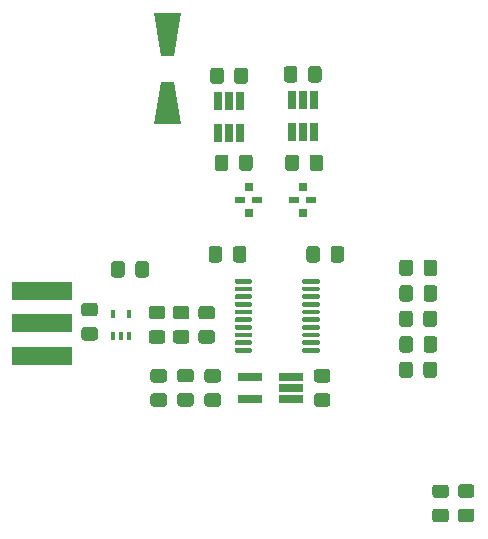
<source format=gbr>
%TF.GenerationSoftware,KiCad,Pcbnew,(5.1.6-0-10_14)*%
%TF.CreationDate,2021-01-13T18:01:30-08:00*%
%TF.ProjectId,MCP35461DevBoard,4d435033-3534-4363-9144-6576426f6172,rev?*%
%TF.SameCoordinates,Original*%
%TF.FileFunction,Paste,Top*%
%TF.FilePolarity,Positive*%
%FSLAX46Y46*%
G04 Gerber Fmt 4.6, Leading zero omitted, Abs format (unit mm)*
G04 Created by KiCad (PCBNEW (5.1.6-0-10_14)) date 2021-01-13 18:01:30*
%MOMM*%
%LPD*%
G01*
G04 APERTURE LIST*
%ADD10R,0.650000X1.560000*%
%ADD11R,2.000000X0.650000*%
%ADD12R,0.400000X0.650000*%
%ADD13R,5.080000X1.600000*%
%ADD14R,0.850000X0.600000*%
%ADD15R,0.800000X0.800000*%
%ADD16C,0.100000*%
G04 APERTURE END LIST*
%TO.C,R12*%
G36*
G01*
X126169000Y-68129999D02*
X126169000Y-69030001D01*
G75*
G02*
X125919001Y-69280000I-249999J0D01*
G01*
X125268999Y-69280000D01*
G75*
G02*
X125019000Y-69030001I0J249999D01*
G01*
X125019000Y-68129999D01*
G75*
G02*
X125268999Y-67880000I249999J0D01*
G01*
X125919001Y-67880000D01*
G75*
G02*
X126169000Y-68129999I0J-249999D01*
G01*
G37*
G36*
G01*
X128219000Y-68129999D02*
X128219000Y-69030001D01*
G75*
G02*
X127969001Y-69280000I-249999J0D01*
G01*
X127318999Y-69280000D01*
G75*
G02*
X127069000Y-69030001I0J249999D01*
G01*
X127069000Y-68129999D01*
G75*
G02*
X127318999Y-67880000I249999J0D01*
G01*
X127969001Y-67880000D01*
G75*
G02*
X128219000Y-68129999I0J-249999D01*
G01*
G37*
%TD*%
%TO.C,C10*%
G36*
G01*
X102676000Y-60521001D02*
X102676000Y-59620999D01*
G75*
G02*
X102925999Y-59371000I249999J0D01*
G01*
X103576001Y-59371000D01*
G75*
G02*
X103826000Y-59620999I0J-249999D01*
G01*
X103826000Y-60521001D01*
G75*
G02*
X103576001Y-60771000I-249999J0D01*
G01*
X102925999Y-60771000D01*
G75*
G02*
X102676000Y-60521001I0J249999D01*
G01*
G37*
G36*
G01*
X100626000Y-60521001D02*
X100626000Y-59620999D01*
G75*
G02*
X100875999Y-59371000I249999J0D01*
G01*
X101526001Y-59371000D01*
G75*
G02*
X101776000Y-59620999I0J-249999D01*
G01*
X101776000Y-60521001D01*
G75*
G02*
X101526001Y-60771000I-249999J0D01*
G01*
X100875999Y-60771000D01*
G75*
G02*
X100626000Y-60521001I0J249999D01*
G01*
G37*
%TD*%
%TO.C,U7*%
G36*
G01*
X116806000Y-61183000D02*
X116806000Y-60983000D01*
G75*
G02*
X116906000Y-60883000I100000J0D01*
G01*
X118181000Y-60883000D01*
G75*
G02*
X118281000Y-60983000I0J-100000D01*
G01*
X118281000Y-61183000D01*
G75*
G02*
X118181000Y-61283000I-100000J0D01*
G01*
X116906000Y-61283000D01*
G75*
G02*
X116806000Y-61183000I0J100000D01*
G01*
G37*
G36*
G01*
X116806000Y-61833000D02*
X116806000Y-61633000D01*
G75*
G02*
X116906000Y-61533000I100000J0D01*
G01*
X118181000Y-61533000D01*
G75*
G02*
X118281000Y-61633000I0J-100000D01*
G01*
X118281000Y-61833000D01*
G75*
G02*
X118181000Y-61933000I-100000J0D01*
G01*
X116906000Y-61933000D01*
G75*
G02*
X116806000Y-61833000I0J100000D01*
G01*
G37*
G36*
G01*
X116806000Y-62483000D02*
X116806000Y-62283000D01*
G75*
G02*
X116906000Y-62183000I100000J0D01*
G01*
X118181000Y-62183000D01*
G75*
G02*
X118281000Y-62283000I0J-100000D01*
G01*
X118281000Y-62483000D01*
G75*
G02*
X118181000Y-62583000I-100000J0D01*
G01*
X116906000Y-62583000D01*
G75*
G02*
X116806000Y-62483000I0J100000D01*
G01*
G37*
G36*
G01*
X116806000Y-63133000D02*
X116806000Y-62933000D01*
G75*
G02*
X116906000Y-62833000I100000J0D01*
G01*
X118181000Y-62833000D01*
G75*
G02*
X118281000Y-62933000I0J-100000D01*
G01*
X118281000Y-63133000D01*
G75*
G02*
X118181000Y-63233000I-100000J0D01*
G01*
X116906000Y-63233000D01*
G75*
G02*
X116806000Y-63133000I0J100000D01*
G01*
G37*
G36*
G01*
X116806000Y-63783000D02*
X116806000Y-63583000D01*
G75*
G02*
X116906000Y-63483000I100000J0D01*
G01*
X118181000Y-63483000D01*
G75*
G02*
X118281000Y-63583000I0J-100000D01*
G01*
X118281000Y-63783000D01*
G75*
G02*
X118181000Y-63883000I-100000J0D01*
G01*
X116906000Y-63883000D01*
G75*
G02*
X116806000Y-63783000I0J100000D01*
G01*
G37*
G36*
G01*
X116806000Y-64433000D02*
X116806000Y-64233000D01*
G75*
G02*
X116906000Y-64133000I100000J0D01*
G01*
X118181000Y-64133000D01*
G75*
G02*
X118281000Y-64233000I0J-100000D01*
G01*
X118281000Y-64433000D01*
G75*
G02*
X118181000Y-64533000I-100000J0D01*
G01*
X116906000Y-64533000D01*
G75*
G02*
X116806000Y-64433000I0J100000D01*
G01*
G37*
G36*
G01*
X116806000Y-65083000D02*
X116806000Y-64883000D01*
G75*
G02*
X116906000Y-64783000I100000J0D01*
G01*
X118181000Y-64783000D01*
G75*
G02*
X118281000Y-64883000I0J-100000D01*
G01*
X118281000Y-65083000D01*
G75*
G02*
X118181000Y-65183000I-100000J0D01*
G01*
X116906000Y-65183000D01*
G75*
G02*
X116806000Y-65083000I0J100000D01*
G01*
G37*
G36*
G01*
X116806000Y-65733000D02*
X116806000Y-65533000D01*
G75*
G02*
X116906000Y-65433000I100000J0D01*
G01*
X118181000Y-65433000D01*
G75*
G02*
X118281000Y-65533000I0J-100000D01*
G01*
X118281000Y-65733000D01*
G75*
G02*
X118181000Y-65833000I-100000J0D01*
G01*
X116906000Y-65833000D01*
G75*
G02*
X116806000Y-65733000I0J100000D01*
G01*
G37*
G36*
G01*
X116806000Y-66383000D02*
X116806000Y-66183000D01*
G75*
G02*
X116906000Y-66083000I100000J0D01*
G01*
X118181000Y-66083000D01*
G75*
G02*
X118281000Y-66183000I0J-100000D01*
G01*
X118281000Y-66383000D01*
G75*
G02*
X118181000Y-66483000I-100000J0D01*
G01*
X116906000Y-66483000D01*
G75*
G02*
X116806000Y-66383000I0J100000D01*
G01*
G37*
G36*
G01*
X116806000Y-67033000D02*
X116806000Y-66833000D01*
G75*
G02*
X116906000Y-66733000I100000J0D01*
G01*
X118181000Y-66733000D01*
G75*
G02*
X118281000Y-66833000I0J-100000D01*
G01*
X118281000Y-67033000D01*
G75*
G02*
X118181000Y-67133000I-100000J0D01*
G01*
X116906000Y-67133000D01*
G75*
G02*
X116806000Y-67033000I0J100000D01*
G01*
G37*
G36*
G01*
X111081000Y-67033000D02*
X111081000Y-66833000D01*
G75*
G02*
X111181000Y-66733000I100000J0D01*
G01*
X112456000Y-66733000D01*
G75*
G02*
X112556000Y-66833000I0J-100000D01*
G01*
X112556000Y-67033000D01*
G75*
G02*
X112456000Y-67133000I-100000J0D01*
G01*
X111181000Y-67133000D01*
G75*
G02*
X111081000Y-67033000I0J100000D01*
G01*
G37*
G36*
G01*
X111081000Y-66383000D02*
X111081000Y-66183000D01*
G75*
G02*
X111181000Y-66083000I100000J0D01*
G01*
X112456000Y-66083000D01*
G75*
G02*
X112556000Y-66183000I0J-100000D01*
G01*
X112556000Y-66383000D01*
G75*
G02*
X112456000Y-66483000I-100000J0D01*
G01*
X111181000Y-66483000D01*
G75*
G02*
X111081000Y-66383000I0J100000D01*
G01*
G37*
G36*
G01*
X111081000Y-65733000D02*
X111081000Y-65533000D01*
G75*
G02*
X111181000Y-65433000I100000J0D01*
G01*
X112456000Y-65433000D01*
G75*
G02*
X112556000Y-65533000I0J-100000D01*
G01*
X112556000Y-65733000D01*
G75*
G02*
X112456000Y-65833000I-100000J0D01*
G01*
X111181000Y-65833000D01*
G75*
G02*
X111081000Y-65733000I0J100000D01*
G01*
G37*
G36*
G01*
X111081000Y-65083000D02*
X111081000Y-64883000D01*
G75*
G02*
X111181000Y-64783000I100000J0D01*
G01*
X112456000Y-64783000D01*
G75*
G02*
X112556000Y-64883000I0J-100000D01*
G01*
X112556000Y-65083000D01*
G75*
G02*
X112456000Y-65183000I-100000J0D01*
G01*
X111181000Y-65183000D01*
G75*
G02*
X111081000Y-65083000I0J100000D01*
G01*
G37*
G36*
G01*
X111081000Y-64433000D02*
X111081000Y-64233000D01*
G75*
G02*
X111181000Y-64133000I100000J0D01*
G01*
X112456000Y-64133000D01*
G75*
G02*
X112556000Y-64233000I0J-100000D01*
G01*
X112556000Y-64433000D01*
G75*
G02*
X112456000Y-64533000I-100000J0D01*
G01*
X111181000Y-64533000D01*
G75*
G02*
X111081000Y-64433000I0J100000D01*
G01*
G37*
G36*
G01*
X111081000Y-63783000D02*
X111081000Y-63583000D01*
G75*
G02*
X111181000Y-63483000I100000J0D01*
G01*
X112456000Y-63483000D01*
G75*
G02*
X112556000Y-63583000I0J-100000D01*
G01*
X112556000Y-63783000D01*
G75*
G02*
X112456000Y-63883000I-100000J0D01*
G01*
X111181000Y-63883000D01*
G75*
G02*
X111081000Y-63783000I0J100000D01*
G01*
G37*
G36*
G01*
X111081000Y-63133000D02*
X111081000Y-62933000D01*
G75*
G02*
X111181000Y-62833000I100000J0D01*
G01*
X112456000Y-62833000D01*
G75*
G02*
X112556000Y-62933000I0J-100000D01*
G01*
X112556000Y-63133000D01*
G75*
G02*
X112456000Y-63233000I-100000J0D01*
G01*
X111181000Y-63233000D01*
G75*
G02*
X111081000Y-63133000I0J100000D01*
G01*
G37*
G36*
G01*
X111081000Y-62483000D02*
X111081000Y-62283000D01*
G75*
G02*
X111181000Y-62183000I100000J0D01*
G01*
X112456000Y-62183000D01*
G75*
G02*
X112556000Y-62283000I0J-100000D01*
G01*
X112556000Y-62483000D01*
G75*
G02*
X112456000Y-62583000I-100000J0D01*
G01*
X111181000Y-62583000D01*
G75*
G02*
X111081000Y-62483000I0J100000D01*
G01*
G37*
G36*
G01*
X111081000Y-61833000D02*
X111081000Y-61633000D01*
G75*
G02*
X111181000Y-61533000I100000J0D01*
G01*
X112456000Y-61533000D01*
G75*
G02*
X112556000Y-61633000I0J-100000D01*
G01*
X112556000Y-61833000D01*
G75*
G02*
X112456000Y-61933000I-100000J0D01*
G01*
X111181000Y-61933000D01*
G75*
G02*
X111081000Y-61833000I0J100000D01*
G01*
G37*
G36*
G01*
X111081000Y-61183000D02*
X111081000Y-60983000D01*
G75*
G02*
X111181000Y-60883000I100000J0D01*
G01*
X112456000Y-60883000D01*
G75*
G02*
X112556000Y-60983000I0J-100000D01*
G01*
X112556000Y-61183000D01*
G75*
G02*
X112456000Y-61283000I-100000J0D01*
G01*
X111181000Y-61283000D01*
G75*
G02*
X111081000Y-61183000I0J100000D01*
G01*
G37*
%TD*%
D10*
%TO.C,U6*%
X116887000Y-45706000D03*
X115937000Y-45706000D03*
X117837000Y-45706000D03*
X117837000Y-48406000D03*
X116887000Y-48406000D03*
X115937000Y-48406000D03*
%TD*%
%TO.C,U5*%
X110617000Y-45847000D03*
X109667000Y-45847000D03*
X111567000Y-45847000D03*
X111567000Y-48547000D03*
X110617000Y-48547000D03*
X109667000Y-48547000D03*
%TD*%
D11*
%TO.C,U4*%
X112404000Y-71054000D03*
X112404000Y-69154000D03*
X115824000Y-69154000D03*
X115824000Y-70104000D03*
X115824000Y-71054000D03*
%TD*%
D12*
%TO.C,U3*%
X100823000Y-63820000D03*
X102123000Y-63820000D03*
X101473000Y-65720000D03*
X102123000Y-65720000D03*
X100823000Y-65720000D03*
%TD*%
%TO.C,R11*%
G36*
G01*
X126178000Y-59493999D02*
X126178000Y-60394001D01*
G75*
G02*
X125928001Y-60644000I-249999J0D01*
G01*
X125277999Y-60644000D01*
G75*
G02*
X125028000Y-60394001I0J249999D01*
G01*
X125028000Y-59493999D01*
G75*
G02*
X125277999Y-59244000I249999J0D01*
G01*
X125928001Y-59244000D01*
G75*
G02*
X126178000Y-59493999I0J-249999D01*
G01*
G37*
G36*
G01*
X128228000Y-59493999D02*
X128228000Y-60394001D01*
G75*
G02*
X127978001Y-60644000I-249999J0D01*
G01*
X127327999Y-60644000D01*
G75*
G02*
X127078000Y-60394001I0J249999D01*
G01*
X127078000Y-59493999D01*
G75*
G02*
X127327999Y-59244000I249999J0D01*
G01*
X127978001Y-59244000D01*
G75*
G02*
X128228000Y-59493999I0J-249999D01*
G01*
G37*
%TD*%
%TO.C,R10*%
G36*
G01*
X126178000Y-61652999D02*
X126178000Y-62553001D01*
G75*
G02*
X125928001Y-62803000I-249999J0D01*
G01*
X125277999Y-62803000D01*
G75*
G02*
X125028000Y-62553001I0J249999D01*
G01*
X125028000Y-61652999D01*
G75*
G02*
X125277999Y-61403000I249999J0D01*
G01*
X125928001Y-61403000D01*
G75*
G02*
X126178000Y-61652999I0J-249999D01*
G01*
G37*
G36*
G01*
X128228000Y-61652999D02*
X128228000Y-62553001D01*
G75*
G02*
X127978001Y-62803000I-249999J0D01*
G01*
X127327999Y-62803000D01*
G75*
G02*
X127078000Y-62553001I0J249999D01*
G01*
X127078000Y-61652999D01*
G75*
G02*
X127327999Y-61403000I249999J0D01*
G01*
X127978001Y-61403000D01*
G75*
G02*
X128228000Y-61652999I0J-249999D01*
G01*
G37*
%TD*%
%TO.C,R9*%
G36*
G01*
X126160000Y-63811999D02*
X126160000Y-64712001D01*
G75*
G02*
X125910001Y-64962000I-249999J0D01*
G01*
X125259999Y-64962000D01*
G75*
G02*
X125010000Y-64712001I0J249999D01*
G01*
X125010000Y-63811999D01*
G75*
G02*
X125259999Y-63562000I249999J0D01*
G01*
X125910001Y-63562000D01*
G75*
G02*
X126160000Y-63811999I0J-249999D01*
G01*
G37*
G36*
G01*
X128210000Y-63811999D02*
X128210000Y-64712001D01*
G75*
G02*
X127960001Y-64962000I-249999J0D01*
G01*
X127309999Y-64962000D01*
G75*
G02*
X127060000Y-64712001I0J249999D01*
G01*
X127060000Y-63811999D01*
G75*
G02*
X127309999Y-63562000I249999J0D01*
G01*
X127960001Y-63562000D01*
G75*
G02*
X128210000Y-63811999I0J-249999D01*
G01*
G37*
%TD*%
%TO.C,R8*%
G36*
G01*
X126178000Y-65970999D02*
X126178000Y-66871001D01*
G75*
G02*
X125928001Y-67121000I-249999J0D01*
G01*
X125277999Y-67121000D01*
G75*
G02*
X125028000Y-66871001I0J249999D01*
G01*
X125028000Y-65970999D01*
G75*
G02*
X125277999Y-65721000I249999J0D01*
G01*
X125928001Y-65721000D01*
G75*
G02*
X126178000Y-65970999I0J-249999D01*
G01*
G37*
G36*
G01*
X128228000Y-65970999D02*
X128228000Y-66871001D01*
G75*
G02*
X127978001Y-67121000I-249999J0D01*
G01*
X127327999Y-67121000D01*
G75*
G02*
X127078000Y-66871001I0J249999D01*
G01*
X127078000Y-65970999D01*
G75*
G02*
X127327999Y-65721000I249999J0D01*
G01*
X127978001Y-65721000D01*
G75*
G02*
X128228000Y-65970999I0J-249999D01*
G01*
G37*
%TD*%
%TO.C,R7*%
G36*
G01*
X106102999Y-65211000D02*
X107003001Y-65211000D01*
G75*
G02*
X107253000Y-65460999I0J-249999D01*
G01*
X107253000Y-66111001D01*
G75*
G02*
X107003001Y-66361000I-249999J0D01*
G01*
X106102999Y-66361000D01*
G75*
G02*
X105853000Y-66111001I0J249999D01*
G01*
X105853000Y-65460999D01*
G75*
G02*
X106102999Y-65211000I249999J0D01*
G01*
G37*
G36*
G01*
X106102999Y-63161000D02*
X107003001Y-63161000D01*
G75*
G02*
X107253000Y-63410999I0J-249999D01*
G01*
X107253000Y-64061001D01*
G75*
G02*
X107003001Y-64311000I-249999J0D01*
G01*
X106102999Y-64311000D01*
G75*
G02*
X105853000Y-64061001I0J249999D01*
G01*
X105853000Y-63410999D01*
G75*
G02*
X106102999Y-63161000I249999J0D01*
G01*
G37*
%TD*%
%TO.C,R6*%
G36*
G01*
X104197999Y-70563000D02*
X105098001Y-70563000D01*
G75*
G02*
X105348000Y-70812999I0J-249999D01*
G01*
X105348000Y-71463001D01*
G75*
G02*
X105098001Y-71713000I-249999J0D01*
G01*
X104197999Y-71713000D01*
G75*
G02*
X103948000Y-71463001I0J249999D01*
G01*
X103948000Y-70812999D01*
G75*
G02*
X104197999Y-70563000I249999J0D01*
G01*
G37*
G36*
G01*
X104197999Y-68513000D02*
X105098001Y-68513000D01*
G75*
G02*
X105348000Y-68762999I0J-249999D01*
G01*
X105348000Y-69413001D01*
G75*
G02*
X105098001Y-69663000I-249999J0D01*
G01*
X104197999Y-69663000D01*
G75*
G02*
X103948000Y-69413001I0J249999D01*
G01*
X103948000Y-68762999D01*
G75*
G02*
X104197999Y-68513000I249999J0D01*
G01*
G37*
%TD*%
%TO.C,R5*%
G36*
G01*
X107375001Y-69654000D02*
X106474999Y-69654000D01*
G75*
G02*
X106225000Y-69404001I0J249999D01*
G01*
X106225000Y-68753999D01*
G75*
G02*
X106474999Y-68504000I249999J0D01*
G01*
X107375001Y-68504000D01*
G75*
G02*
X107625000Y-68753999I0J-249999D01*
G01*
X107625000Y-69404001D01*
G75*
G02*
X107375001Y-69654000I-249999J0D01*
G01*
G37*
G36*
G01*
X107375001Y-71704000D02*
X106474999Y-71704000D01*
G75*
G02*
X106225000Y-71454001I0J249999D01*
G01*
X106225000Y-70803999D01*
G75*
G02*
X106474999Y-70554000I249999J0D01*
G01*
X107375001Y-70554000D01*
G75*
G02*
X107625000Y-70803999I0J-249999D01*
G01*
X107625000Y-71454001D01*
G75*
G02*
X107375001Y-71704000I-249999J0D01*
G01*
G37*
%TD*%
%TO.C,R4*%
G36*
G01*
X104962001Y-64320000D02*
X104061999Y-64320000D01*
G75*
G02*
X103812000Y-64070001I0J249999D01*
G01*
X103812000Y-63419999D01*
G75*
G02*
X104061999Y-63170000I249999J0D01*
G01*
X104962001Y-63170000D01*
G75*
G02*
X105212000Y-63419999I0J-249999D01*
G01*
X105212000Y-64070001D01*
G75*
G02*
X104962001Y-64320000I-249999J0D01*
G01*
G37*
G36*
G01*
X104962001Y-66370000D02*
X104061999Y-66370000D01*
G75*
G02*
X103812000Y-66120001I0J249999D01*
G01*
X103812000Y-65469999D01*
G75*
G02*
X104061999Y-65220000I249999J0D01*
G01*
X104962001Y-65220000D01*
G75*
G02*
X105212000Y-65469999I0J-249999D01*
G01*
X105212000Y-66120001D01*
G75*
G02*
X104962001Y-66370000I-249999J0D01*
G01*
G37*
%TD*%
%TO.C,R3*%
G36*
G01*
X130232999Y-80324000D02*
X131133001Y-80324000D01*
G75*
G02*
X131383000Y-80573999I0J-249999D01*
G01*
X131383000Y-81224001D01*
G75*
G02*
X131133001Y-81474000I-249999J0D01*
G01*
X130232999Y-81474000D01*
G75*
G02*
X129983000Y-81224001I0J249999D01*
G01*
X129983000Y-80573999D01*
G75*
G02*
X130232999Y-80324000I249999J0D01*
G01*
G37*
G36*
G01*
X130232999Y-78274000D02*
X131133001Y-78274000D01*
G75*
G02*
X131383000Y-78523999I0J-249999D01*
G01*
X131383000Y-79174001D01*
G75*
G02*
X131133001Y-79424000I-249999J0D01*
G01*
X130232999Y-79424000D01*
G75*
G02*
X129983000Y-79174001I0J249999D01*
G01*
X129983000Y-78523999D01*
G75*
G02*
X130232999Y-78274000I249999J0D01*
G01*
G37*
%TD*%
%TO.C,R2*%
G36*
G01*
X128974001Y-79442000D02*
X128073999Y-79442000D01*
G75*
G02*
X127824000Y-79192001I0J249999D01*
G01*
X127824000Y-78541999D01*
G75*
G02*
X128073999Y-78292000I249999J0D01*
G01*
X128974001Y-78292000D01*
G75*
G02*
X129224000Y-78541999I0J-249999D01*
G01*
X129224000Y-79192001D01*
G75*
G02*
X128974001Y-79442000I-249999J0D01*
G01*
G37*
G36*
G01*
X128974001Y-81492000D02*
X128073999Y-81492000D01*
G75*
G02*
X127824000Y-81242001I0J249999D01*
G01*
X127824000Y-80591999D01*
G75*
G02*
X128073999Y-80342000I249999J0D01*
G01*
X128974001Y-80342000D01*
G75*
G02*
X129224000Y-80591999I0J-249999D01*
G01*
X129224000Y-81242001D01*
G75*
G02*
X128974001Y-81492000I-249999J0D01*
G01*
G37*
%TD*%
%TO.C,R1*%
G36*
G01*
X98355999Y-64957000D02*
X99256001Y-64957000D01*
G75*
G02*
X99506000Y-65206999I0J-249999D01*
G01*
X99506000Y-65857001D01*
G75*
G02*
X99256001Y-66107000I-249999J0D01*
G01*
X98355999Y-66107000D01*
G75*
G02*
X98106000Y-65857001I0J249999D01*
G01*
X98106000Y-65206999D01*
G75*
G02*
X98355999Y-64957000I249999J0D01*
G01*
G37*
G36*
G01*
X98355999Y-62907000D02*
X99256001Y-62907000D01*
G75*
G02*
X99506000Y-63156999I0J-249999D01*
G01*
X99506000Y-63807001D01*
G75*
G02*
X99256001Y-64057000I-249999J0D01*
G01*
X98355999Y-64057000D01*
G75*
G02*
X98106000Y-63807001I0J249999D01*
G01*
X98106000Y-63156999D01*
G75*
G02*
X98355999Y-62907000I249999J0D01*
G01*
G37*
%TD*%
D13*
%TO.C,J1*%
X94742000Y-67413000D03*
X94742000Y-61873000D03*
X94742000Y-64643000D03*
%TD*%
D14*
%TO.C,FL2*%
X116115000Y-54229000D03*
X117565000Y-54229000D03*
D15*
X116840000Y-55313000D03*
X116840000Y-53113000D03*
%TD*%
D14*
%TO.C,FL1*%
X111543000Y-54229000D03*
X112993000Y-54229000D03*
D15*
X112268000Y-55313000D03*
X112268000Y-53113000D03*
%TD*%
D16*
%TO.C,D1*%
G36*
X104260000Y-38374000D02*
G01*
X106560000Y-38374000D01*
X105960000Y-41974000D01*
X104860000Y-41974000D01*
X104260000Y-38374000D01*
G37*
G36*
X106560000Y-47774000D02*
G01*
X104260000Y-47774000D01*
X104860000Y-44174000D01*
X105960000Y-44174000D01*
X106560000Y-47774000D01*
G37*
%TD*%
%TO.C,C9*%
G36*
G01*
X119204000Y-59251001D02*
X119204000Y-58350999D01*
G75*
G02*
X119453999Y-58101000I249999J0D01*
G01*
X120104001Y-58101000D01*
G75*
G02*
X120354000Y-58350999I0J-249999D01*
G01*
X120354000Y-59251001D01*
G75*
G02*
X120104001Y-59501000I-249999J0D01*
G01*
X119453999Y-59501000D01*
G75*
G02*
X119204000Y-59251001I0J249999D01*
G01*
G37*
G36*
G01*
X117154000Y-59251001D02*
X117154000Y-58350999D01*
G75*
G02*
X117403999Y-58101000I249999J0D01*
G01*
X118054001Y-58101000D01*
G75*
G02*
X118304000Y-58350999I0J-249999D01*
G01*
X118304000Y-59251001D01*
G75*
G02*
X118054001Y-59501000I-249999J0D01*
G01*
X117403999Y-59501000D01*
G75*
G02*
X117154000Y-59251001I0J249999D01*
G01*
G37*
%TD*%
%TO.C,C8*%
G36*
G01*
X110031000Y-58350999D02*
X110031000Y-59251001D01*
G75*
G02*
X109781001Y-59501000I-249999J0D01*
G01*
X109130999Y-59501000D01*
G75*
G02*
X108881000Y-59251001I0J249999D01*
G01*
X108881000Y-58350999D01*
G75*
G02*
X109130999Y-58101000I249999J0D01*
G01*
X109781001Y-58101000D01*
G75*
G02*
X110031000Y-58350999I0J-249999D01*
G01*
G37*
G36*
G01*
X112081000Y-58350999D02*
X112081000Y-59251001D01*
G75*
G02*
X111831001Y-59501000I-249999J0D01*
G01*
X111180999Y-59501000D01*
G75*
G02*
X110931000Y-59251001I0J249999D01*
G01*
X110931000Y-58350999D01*
G75*
G02*
X111180999Y-58101000I249999J0D01*
G01*
X111831001Y-58101000D01*
G75*
G02*
X112081000Y-58350999I0J-249999D01*
G01*
G37*
%TD*%
%TO.C,C7*%
G36*
G01*
X108261999Y-65220000D02*
X109162001Y-65220000D01*
G75*
G02*
X109412000Y-65469999I0J-249999D01*
G01*
X109412000Y-66120001D01*
G75*
G02*
X109162001Y-66370000I-249999J0D01*
G01*
X108261999Y-66370000D01*
G75*
G02*
X108012000Y-66120001I0J249999D01*
G01*
X108012000Y-65469999D01*
G75*
G02*
X108261999Y-65220000I249999J0D01*
G01*
G37*
G36*
G01*
X108261999Y-63170000D02*
X109162001Y-63170000D01*
G75*
G02*
X109412000Y-63419999I0J-249999D01*
G01*
X109412000Y-64070001D01*
G75*
G02*
X109162001Y-64320000I-249999J0D01*
G01*
X108261999Y-64320000D01*
G75*
G02*
X108012000Y-64070001I0J249999D01*
G01*
X108012000Y-63419999D01*
G75*
G02*
X108261999Y-63170000I249999J0D01*
G01*
G37*
%TD*%
%TO.C,C6*%
G36*
G01*
X117426000Y-51504001D02*
X117426000Y-50603999D01*
G75*
G02*
X117675999Y-50354000I249999J0D01*
G01*
X118326001Y-50354000D01*
G75*
G02*
X118576000Y-50603999I0J-249999D01*
G01*
X118576000Y-51504001D01*
G75*
G02*
X118326001Y-51754000I-249999J0D01*
G01*
X117675999Y-51754000D01*
G75*
G02*
X117426000Y-51504001I0J249999D01*
G01*
G37*
G36*
G01*
X115376000Y-51504001D02*
X115376000Y-50603999D01*
G75*
G02*
X115625999Y-50354000I249999J0D01*
G01*
X116276001Y-50354000D01*
G75*
G02*
X116526000Y-50603999I0J-249999D01*
G01*
X116526000Y-51504001D01*
G75*
G02*
X116276001Y-51754000I-249999J0D01*
G01*
X115625999Y-51754000D01*
G75*
G02*
X115376000Y-51504001I0J249999D01*
G01*
G37*
%TD*%
%TO.C,C5*%
G36*
G01*
X110557000Y-50603999D02*
X110557000Y-51504001D01*
G75*
G02*
X110307001Y-51754000I-249999J0D01*
G01*
X109656999Y-51754000D01*
G75*
G02*
X109407000Y-51504001I0J249999D01*
G01*
X109407000Y-50603999D01*
G75*
G02*
X109656999Y-50354000I249999J0D01*
G01*
X110307001Y-50354000D01*
G75*
G02*
X110557000Y-50603999I0J-249999D01*
G01*
G37*
G36*
G01*
X112607000Y-50603999D02*
X112607000Y-51504001D01*
G75*
G02*
X112357001Y-51754000I-249999J0D01*
G01*
X111706999Y-51754000D01*
G75*
G02*
X111457000Y-51504001I0J249999D01*
G01*
X111457000Y-50603999D01*
G75*
G02*
X111706999Y-50354000I249999J0D01*
G01*
X112357001Y-50354000D01*
G75*
G02*
X112607000Y-50603999I0J-249999D01*
G01*
G37*
%TD*%
%TO.C,C4*%
G36*
G01*
X108769999Y-70563000D02*
X109670001Y-70563000D01*
G75*
G02*
X109920000Y-70812999I0J-249999D01*
G01*
X109920000Y-71463001D01*
G75*
G02*
X109670001Y-71713000I-249999J0D01*
G01*
X108769999Y-71713000D01*
G75*
G02*
X108520000Y-71463001I0J249999D01*
G01*
X108520000Y-70812999D01*
G75*
G02*
X108769999Y-70563000I249999J0D01*
G01*
G37*
G36*
G01*
X108769999Y-68513000D02*
X109670001Y-68513000D01*
G75*
G02*
X109920000Y-68762999I0J-249999D01*
G01*
X109920000Y-69413001D01*
G75*
G02*
X109670001Y-69663000I-249999J0D01*
G01*
X108769999Y-69663000D01*
G75*
G02*
X108520000Y-69413001I0J249999D01*
G01*
X108520000Y-68762999D01*
G75*
G02*
X108769999Y-68513000I249999J0D01*
G01*
G37*
%TD*%
%TO.C,C3*%
G36*
G01*
X111058000Y-44138001D02*
X111058000Y-43237999D01*
G75*
G02*
X111307999Y-42988000I249999J0D01*
G01*
X111958001Y-42988000D01*
G75*
G02*
X112208000Y-43237999I0J-249999D01*
G01*
X112208000Y-44138001D01*
G75*
G02*
X111958001Y-44388000I-249999J0D01*
G01*
X111307999Y-44388000D01*
G75*
G02*
X111058000Y-44138001I0J249999D01*
G01*
G37*
G36*
G01*
X109008000Y-44138001D02*
X109008000Y-43237999D01*
G75*
G02*
X109257999Y-42988000I249999J0D01*
G01*
X109908001Y-42988000D01*
G75*
G02*
X110158000Y-43237999I0J-249999D01*
G01*
X110158000Y-44138001D01*
G75*
G02*
X109908001Y-44388000I-249999J0D01*
G01*
X109257999Y-44388000D01*
G75*
G02*
X109008000Y-44138001I0J249999D01*
G01*
G37*
%TD*%
%TO.C,C2*%
G36*
G01*
X117299000Y-44011001D02*
X117299000Y-43110999D01*
G75*
G02*
X117548999Y-42861000I249999J0D01*
G01*
X118199001Y-42861000D01*
G75*
G02*
X118449000Y-43110999I0J-249999D01*
G01*
X118449000Y-44011001D01*
G75*
G02*
X118199001Y-44261000I-249999J0D01*
G01*
X117548999Y-44261000D01*
G75*
G02*
X117299000Y-44011001I0J249999D01*
G01*
G37*
G36*
G01*
X115249000Y-44011001D02*
X115249000Y-43110999D01*
G75*
G02*
X115498999Y-42861000I249999J0D01*
G01*
X116149001Y-42861000D01*
G75*
G02*
X116399000Y-43110999I0J-249999D01*
G01*
X116399000Y-44011001D01*
G75*
G02*
X116149001Y-44261000I-249999J0D01*
G01*
X115498999Y-44261000D01*
G75*
G02*
X115249000Y-44011001I0J249999D01*
G01*
G37*
%TD*%
%TO.C,C1*%
G36*
G01*
X118040999Y-70563000D02*
X118941001Y-70563000D01*
G75*
G02*
X119191000Y-70812999I0J-249999D01*
G01*
X119191000Y-71463001D01*
G75*
G02*
X118941001Y-71713000I-249999J0D01*
G01*
X118040999Y-71713000D01*
G75*
G02*
X117791000Y-71463001I0J249999D01*
G01*
X117791000Y-70812999D01*
G75*
G02*
X118040999Y-70563000I249999J0D01*
G01*
G37*
G36*
G01*
X118040999Y-68513000D02*
X118941001Y-68513000D01*
G75*
G02*
X119191000Y-68762999I0J-249999D01*
G01*
X119191000Y-69413001D01*
G75*
G02*
X118941001Y-69663000I-249999J0D01*
G01*
X118040999Y-69663000D01*
G75*
G02*
X117791000Y-69413001I0J249999D01*
G01*
X117791000Y-68762999D01*
G75*
G02*
X118040999Y-68513000I249999J0D01*
G01*
G37*
%TD*%
M02*

</source>
